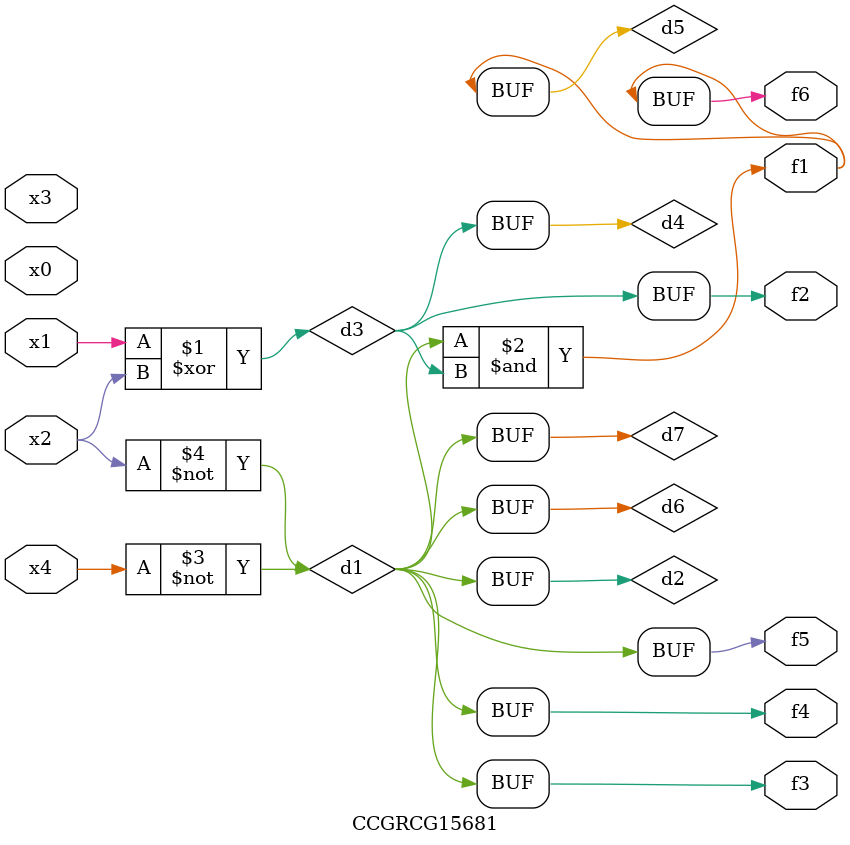
<source format=v>
module CCGRCG15681(
	input x0, x1, x2, x3, x4,
	output f1, f2, f3, f4, f5, f6
);

	wire d1, d2, d3, d4, d5, d6, d7;

	not (d1, x4);
	not (d2, x2);
	xor (d3, x1, x2);
	buf (d4, d3);
	and (d5, d1, d3);
	buf (d6, d1, d2);
	buf (d7, d2);
	assign f1 = d5;
	assign f2 = d4;
	assign f3 = d7;
	assign f4 = d7;
	assign f5 = d7;
	assign f6 = d5;
endmodule

</source>
